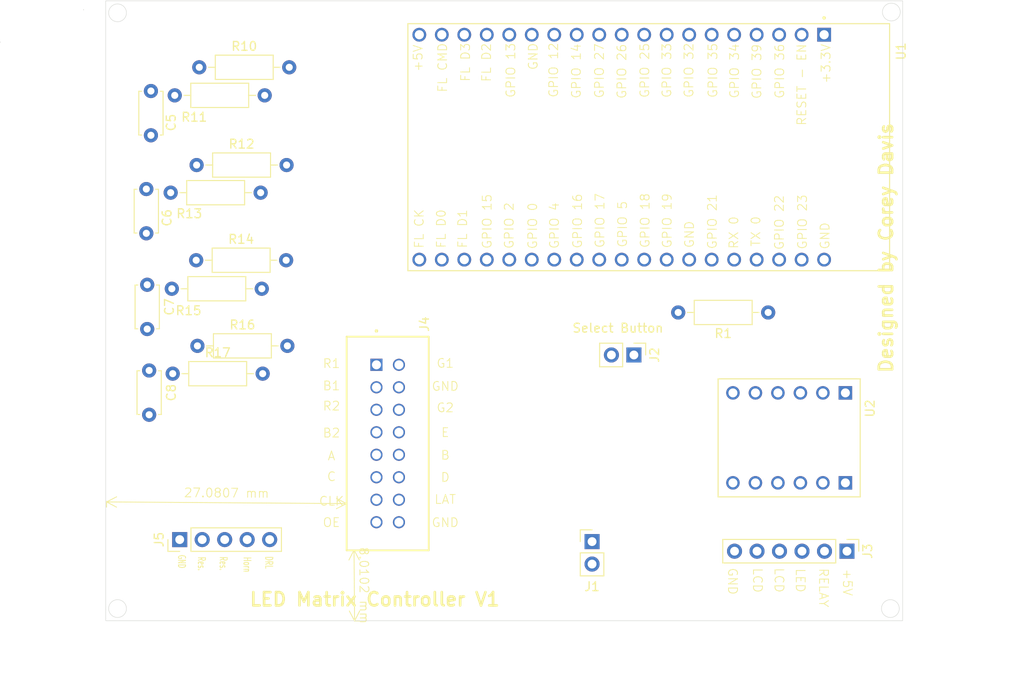
<source format=kicad_pcb>
(kicad_pcb (version 20221018) (generator pcbnew)
  (layers (0 "F.Cu" signal) (31 "B.Cu" signal) (34 "B.Paste" user) (35 "F.Paste" user) (36 "B.SilkS" user "B.Silkscreen") (37 "F.SilkS" user "F.Silkscreen") (38 "B.Mask" user) (39 "F.Mask" user) (44 "Edge.Cuts" user))
  (net 0 "")
  (net 1 "Net-(U1-SENSOR_VP)")
  (net 2 "GND")
  (net 3 "Net-(U1-SENSOR_VN)")
  (net 4 "Net-(U1-IO35)")
  (net 5 "Net-(U1-IO19)")
  (net 6 "+5V")
  (net 7 "Net-(J2-Pin_1)")
  (net 8 "Net-(J3-Pin_2)")
  (net 9 "Net-(J3-Pin_3)")
  (net 10 "Net-(J3-Pin_4)")
  (net 11 "Net-(J3-Pin_5)")
  (net 12 "Net-(J4-OE)")
  (net 13 "Net-(J4-G1)")
  (net 14 "Net-(J4-CLK)")
  (net 15 "Net-(J4-G2)")
  (net 16 "Net-(J4-E)")
  (net 17 "Net-(J4-A)")
  (net 18 "Net-(J4-B)")
  (net 19 "Net-(J4-C)")
  (net 20 "Net-(J4-D)")
  (net 21 "Net-(J4-LAT)")
  (net 22 "+3.3V")
  (net 23 "Net-(J5-Pin_2)")
  (net 24 "Net-(J5-Pin_3)")
  (net 29 "Net-(U1-IO23)")
  (net 30 "Net-(U1-IO22)")
  (net 33 "Net-(U1-IO21)")
  (net 34 "Net-(U1-IO18)")
  (net 39 "Net-(J4-R1)")
  (net 40 "Net-(J4-B1)")
  (net 41 "Net-(J4-R2)")
  (net 42 "Net-(J4-B2)")
  (net 43 "Net-(J5-Pin_4)")
  (net 44 "Net-(J5-Pin_5)")
  (footprint "Resistor_THT:R_Axial_DIN0207_L6.3mm_D2.5mm_P10.16mm_Horizontal" (layer "F.Cu") (at 52.85 62.96)
    (fp_text reference "R16" (at 5.08 -2.37) (layer "F.SilkS"))
    (fp_text value "47K")
    (fp_line (start 1.04 0) (end 1.81 0) (stroke (width 0.12)) (layer "F.SilkS"))
    (fp_line (start 1.81 -1.37) (end 1.81 1.37) (stroke (width 0.12)) (layer "F.SilkS"))
    (fp_line (start 1.81 1.37) (end 8.35 1.37) (stroke (width 0.12)) (layer "F.SilkS"))
    (fp_line (start 8.35 -1.37) (end 1.81 -1.37) (stroke (width 0.12)) (layer "F.SilkS"))
    (fp_line (start 8.35 1.37) (end 8.35 -1.37) (stroke (width 0.12)) (layer "F.SilkS"))
    (fp_line (start 9.12 0) (end 8.35 0) (stroke (width 0.12)) (layer "F.SilkS"))
    (pad "1" thru_hole circle (at 0 0) (size 1.6 1.6) (drill 0.8) (layers "*.Cu" "*.Mask") (net 5 "Net-(U1-IO19)"))
    (pad "2" thru_hole oval (at 10.16 0) (size 1.6 1.6) (drill 0.8) (layers "*.Cu" "*.Mask") (net 23 "Net-(J5-Pin_2)"))
  )
  (footprint "Library:SAMTEC_ZSS-108-01-F-D-506" (layer "F.Cu") (at 73.07 65.1 -90)
    (fp_text reference "J4" (at -4.6 -5.42 90) (layer "F.SilkS"))
    (fp_text value "ZSS-108-01-F-D-506")
    (fp_line (start -3.175 3.365) (end -3.175 -5.905) (stroke (width 0.2)) (layer "F.SilkS"))
    (fp_line (start 20.955 -5.905) (end -3.175 -5.905) (stroke (width 0.2)) (layer "F.SilkS"))
    (fp_line (start 20.955 -5.905) (end 20.955 3.365) (stroke (width 0.2)) (layer "F.SilkS"))
    (fp_line (start 20.955 3.365) (end -3.175 3.365) (stroke (width 0.2)) (layer "F.SilkS"))
    (fp_circle (center -3.825 0) (end -3.725 0) (stroke (width 0.2)) (fill none) (layer "F.SilkS"))
    (pad "01" thru_hole rect (at 0 0 270) (size 1.37 1.37) (drill 1.02) (layers "*.Cu" "*.Mask") (net 39 "Net-(J4-R1)"))
    (pad "02" thru_hole circle (at 0 -2.54 270) (size 1.37 1.37) (drill 1.02) (layers "*.Cu" "*.Mask") (net 13 "Net-(J4-G1)"))
    (pad "03" thru_hole circle (at 2.54 0 270) (size 1.37 1.37) (drill 1.02) (layers "*.Cu" "*.Mask") (net 40 "Net-(J4-B1)"))
    (pad "04" thru_hole circle (at 2.54 -2.54 270) (size 1.37 1.37) (drill 1.02) (layers "*.Cu" "*.Mask") (net 2 "GND"))
    (pad "05" thru_hole circle (at 5.08 0 270) (size 1.37 1.37) (drill 1.02) (layers "*.Cu" "*.Mask") (net 41 "Net-(J4-R2)"))
    (pad "06" thru_hole circle (at 5.08 -2.54 270) (size 1.37 1.37) (drill 1.02) (layers "*.Cu" "*.Mask") (net 15 "Net-(J4-G2)"))
    (pad "07" thru_hole circle (at 7.62 0 270) (size 1.37 1.37) (drill 1.02) (layers "*.Cu" "*.Mask") (net 42 "Net-(J4-B2)"))
    (pad "08" thru_hole circle (at 7.62 -2.54 270) (size 1.37 1.37) (drill 1.02) (layers "*.Cu" "*.Mask") (net 16 "Net-(J4-E)"))
    (pad "09" thru_hole circle (at 10.16 0 270) (size 1.37 1.37) (drill 1.02) (layers "*.Cu" "*.Mask") (net 17 "Net-(J4-A)"))
    (pad "10" thru_hole circle (at 10.16 -2.54 270) (size 1.37 1.37) (drill 1.02) (layers "*.Cu" "*.Mask") (net 18 "Net-(J4-B)"))
    (pad "11" thru_hole circle (at 12.7 0 270) (size 1.37 1.37) (drill 1.02) (layers "*.Cu" "*.Mask") (net 19 "Net-(J4-C)"))
    (pad "12" thru_hole circle (at 12.7 -2.54 270) (size 1.37 1.37) (drill 1.02) (layers "*.Cu" "*.Mask") (net 20 "Net-(J4-D)"))
    (pad "13" thru_hole circle (at 15.24 0 270) (size 1.37 1.37) (drill 1.02) (layers "*.Cu" "*.Mask") (net 14 "Net-(J4-CLK)"))
    (pad "14" thru_hole circle (at 15.24 -2.54 270) (size 1.37 1.37) (drill 1.02) (layers "*.Cu" "*.Mask") (net 21 "Net-(J4-LAT)"))
    (pad "15" thru_hole circle (at 17.78 0 270) (size 1.37 1.37) (drill 1.02) (layers "*.Cu" "*.Mask") (net 12 "Net-(J4-OE)"))
    (pad "16" thru_hole circle (at 17.78 -2.54 270) (size 1.37 1.37) (drill 1.02) (layers "*.Cu" "*.Mask") (net 2 "GND"))
  )
  (footprint "Connector_PinHeader_2.54mm:PinHeader_1x02_P2.54mm_Vertical" (layer "F.Cu") (at 102.145 63.99 -90)
    (fp_text reference "J2" (at 0 -2.33 90) (layer "F.SilkS"))
    (fp_text value "Select Button" (at -3.04 1.805) (layer "F.SilkS"))
    (fp_line (start -1.33 -1.33) (end 0 -1.33) (stroke (width 0.12)) (layer "F.SilkS"))
    (fp_line (start -1.33 0) (end -1.33 -1.33) (stroke (width 0.12)) (layer "F.SilkS"))
    (fp_line (start -1.33 1.27) (end -1.33 3.87) (stroke (width 0.12)) (layer "F.SilkS"))
    (fp_line (start -1.33 1.27) (end 1.33 1.27) (stroke (width 0.12)) (layer "F.SilkS"))
    (fp_line (start -1.33 3.87) (end 1.33 3.87) (stroke (width 0.12)) (layer "F.SilkS"))
    (fp_line (start 1.33 1.27) (end 1.33 3.87) (stroke (width 0.12)) (layer "F.SilkS"))
    (pad "1" thru_hole rect (at 0 0 270) (size 1.7 1.7) (drill 1) (layers "*.Cu" "*.Mask") (net 7 "Net-(J2-Pin_1)"))
    (pad "2" thru_hole oval (at 0 2.54 270) (size 1.7 1.7) (drill 1) (layers "*.Cu" "*.Mask") (net 2 "GND"))
  )
  (footprint "Connector_PinHeader_2.54mm:PinHeader_1x02_P2.54mm_Vertical" (layer "F.Cu") (at 97.42 85.065)
    (fp_text reference "J1" (at 0 5.08) (layer "F.SilkS"))
    (fp_text value "5V Power In")
    (fp_line (start -1.33 -1.33) (end 0 -1.33) (stroke (width 0.12)) (layer "F.SilkS"))
    (fp_line (start -1.33 0) (end -1.33 -1.33) (stroke (width 0.12)) (layer "F.SilkS"))
    (fp_line (start -1.33 1.27) (end -1.33 3.87) (stroke (width 0.12)) (layer "F.SilkS"))
    (fp_line (start -1.33 1.27) (end 1.33 1.27) (stroke (width 0.12)) (layer "F.SilkS"))
    (fp_line (start -1.33 3.87) (end 1.33 3.87) (stroke (width 0.12)) (layer "F.SilkS"))
    (fp_line (start 1.33 1.27) (end 1.33 3.87) (stroke (width 0.12)) (layer "F.SilkS"))
    (pad "1" thru_hole rect (at 0 0) (size 1.7 1.7) (drill 1) (layers "*.Cu" "*.Mask") (net 2 "GND"))
    (pad "2" thru_hole oval (at 0 2.54) (size 1.7 1.7) (drill 1) (layers "*.Cu" "*.Mask") (net 6 "+5V"))
  )
  (footprint "Connector_PinHeader_2.54mm:PinHeader_1x06_P2.54mm_Vertical" (layer "F.Cu") (at 126.21 86.15 -90)
    (fp_text reference "J3" (at 0 -2.33 90) (layer "F.SilkS"))
    (fp_text value "LCD, Relay, LED Signal" hide)
    (fp_line (start -1.33 -1.33) (end 0 -1.33) (stroke (width 0.12)) (layer "F.SilkS"))
    (fp_line (start -1.33 0) (end -1.33 -1.33) (stroke (width 0.12)) (layer "F.SilkS"))
    (fp_line (start -1.33 1.27) (end -1.33 14.03) (stroke (width 0.12)) (layer "F.SilkS"))
    (fp_line (start -1.33 1.27) (end 1.33 1.27) (stroke (width 0.12)) (layer "F.SilkS"))
    (fp_line (start -1.33 14.03) (end 1.33 14.03) (stroke (width 0.12)) (layer "F.SilkS"))
    (fp_line (start 1.33 1.27) (end 1.33 14.03) (stroke (width 0.12)) (layer "F.SilkS"))
    (pad "1" thru_hole rect (at 0 0 270) (size 1.7 1.7) (drill 1) (layers "*.Cu" "*.Mask") (net 6 "+5V"))
    (pad "2" thru_hole oval (at 0 2.54 270) (size 1.7 1.7) (drill 1) (layers "*.Cu" "*.Mask") (net 8 "Net-(J3-Pin_2)"))
    (pad "3" thru_hole oval (at 0 5.08 270) (size 1.7 1.7) (drill 1) (layers "*.Cu" "*.Mask") (net 9 "Net-(J3-Pin_3)"))
    (pad "4" thru_hole oval (at 0 7.62 270) (size 1.7 1.7) (drill 1) (layers "*.Cu" "*.Mask") (net 10 "Net-(J3-Pin_4)"))
    (pad "5" thru_hole oval (at 0 10.16 270) (size 1.7 1.7) (drill 1) (layers "*.Cu" "*.Mask") (net 11 "Net-(J3-Pin_5)"))
    (pad "6" thru_hole oval (at 0 12.7 270) (size 1.7 1.7) (drill 1) (layers "*.Cu" "*.Mask") (net 2 "GND"))
  )
  (footprint "Resistor_THT:R_Axial_DIN0207_L6.3mm_D2.5mm_P10.16mm_Horizontal" (layer "F.Cu") (at 50.29 34.67)
    (fp_text reference "R11" (at 2.2 2.46) (layer "F.SilkS"))
    (fp_text value "10K")
    (fp_line (start 1.04 0) (end 1.81 0) (stroke (width 0.12)) (layer "F.SilkS"))
    (fp_line (start 1.81 -1.37) (end 1.81 1.37) (stroke (width 0.12)) (layer "F.SilkS"))
    (fp_line (start 1.81 1.37) (end 8.35 1.37) (stroke (width 0.12)) (layer "F.SilkS"))
    (fp_line (start 8.35 -1.37) (end 1.81 -1.37) (stroke (width 0.12)) (layer "F.SilkS"))
    (fp_line (start 8.35 1.37) (end 8.35 -1.37) (stroke (width 0.12)) (layer "F.SilkS"))
    (fp_line (start 9.12 0) (end 8.35 0) (stroke (width 0.12)) (layer "F.SilkS"))
    (pad "1" thru_hole circle (at 0 0) (size 1.6 1.6) (drill 0.8) (layers "*.Cu" "*.Mask") (net 1 "Net-(U1-SENSOR_VP)"))
    (pad "2" thru_hole oval (at 10.16 0) (size 1.6 1.6) (drill 0.8) (layers "*.Cu" "*.Mask") (net 2 "GND"))
  )
  (footprint "Connector_PinHeader_2.54mm:PinHeader_1x05_P2.54mm_Vertical" (layer "F.Cu") (at 50.85 84.84 90)
    (fp_text reference "J5" (at 0 -2.33 90) (layer "F.SilkS"))
    (fp_text value "Conn_01x05_Pin" hide)
    (fp_line (start -1.33 -1.33) (end 0 -1.33) (stroke (width 0.12)) (layer "F.SilkS"))
    (fp_line (start -1.33 0) (end -1.33 -1.33) (stroke (width 0.12)) (layer "F.SilkS"))
    (fp_line (start -1.33 1.27) (end -1.33 11.49) (stroke (width 0.12)) (layer "F.SilkS"))
    (fp_line (start -1.33 1.27) (end 1.33 1.27) (stroke (width 0.12)) (layer "F.SilkS"))
    (fp_line (start -1.33 11.49) (end 1.33 11.49) (stroke (width 0.12)) (layer "F.SilkS"))
    (fp_line (start 1.33 1.27) (end 1.33 11.49) (stroke (width 0.12)) (layer "F.SilkS"))
    (pad "1" thru_hole rect (at 0 0 90) (size 1.7 1.7) (drill 1) (layers "*.Cu" "*.Mask") (net 2 "GND"))
    (pad "2" thru_hole oval (at 0 2.54 90) (size 1.7 1.7) (drill 1) (layers "*.Cu" "*.Mask") (net 23 "Net-(J5-Pin_2)"))
    (pad "3" thru_hole oval (at 0 5.08 90) (size 1.7 1.7) (drill 1) (layers "*.Cu" "*.Mask") (net 24 "Net-(J5-Pin_3)"))
    (pad "4" thru_hole oval (at 0 7.62 90) (size 1.7 1.7) (drill 1) (layers "*.Cu" "*.Mask") (net 43 "Net-(J5-Pin_4)"))
    (pad "5" thru_hole oval (at 0 10.16 90) (size 1.7 1.7) (drill 1) (layers "*.Cu" "*.Mask") (net 44 "Net-(J5-Pin_5)"))
  )
  (footprint "ESP32-DEVKITC-32D:MODULE_ESP32-DEVKITC-32D" (layer "F.Cu") (at 103.87 40.5225 -90)
    (fp_text reference "U1" (at -10.829175 -28.446045 90) (layer "F.SilkS") (effects (font (size 1.000386 1.000386))))
    (fp_text value "ESP32-DEVKITC-32D")
    (fp_line (start -13.95 -27.15) (end 13.95 -27.15) (stroke (width 0.127)) (layer "F.SilkS"))
    (fp_line (start -13.95 27.25) (end -13.95 -27.15) (stroke (width 0.127)) (layer "F.SilkS"))
    (fp_line (start 13.95 -27.15) (end 13.95 27.25) (stroke (width 0.127)) (layer "F.SilkS"))
    (fp_line (start 13.95 27.25) (end -13.95 27.25) (stroke (width 0.127)) (layer "F.SilkS"))
    (fp_circle (center -14.6 -19.76) (end -14.5 -19.76) (stroke (width 0.2)) (fill none) (layer "F.SilkS"))
    (pad "J2-1" thru_hole rect (at -12.7 -19.76 270) (size 1.56 1.56) (drill 1.04) (layers "*.Cu" "*.Mask") (net 22 "+3.3V"))
    (pad "J2-2" thru_hole circle (at -12.7 -17.22 270) (size 1.56 1.56) (drill 1.04) (layers "*.Cu" "*.Mask"))
    (pad "J2-3" thru_hole circle (at -12.7 -14.68 270) (size 1.56 1.56) (drill 1.04) (layers "*.Cu" "*.Mask") (net 1 "Net-(U1-SENSOR_VP)"))
    (pad "J2-4" thru_hole circle (at -12.7 -12.14 270) (size 1.56 1.56) (drill 1.04) (layers "*.Cu" "*.Mask") (net 3 "Net-(U1-SENSOR_VN)"))
    (pad "J2-5" thru_hole circle (at -12.7 -9.6 270) (size 1.56 1.56) (drill 1.04) (layers "*.Cu" "*.Mask") (net 7 "Net-(J2-Pin_1)"))
    (pad "J2-6" thru_hole circle (at -12.7 -7.06 270) (size 1.56 1.56) (drill 1.04) (layers "*.Cu" "*.Mask") (net 4 "Net-(U1-IO35)"))
    (pad "J2-7" thru_hole circle (at -12.7 -4.52 270) (size 1.56 1.56) (drill 1.04) (layers "*.Cu" "*.Mask") (net 12 "Net-(J4-OE)"))
    (pad "J2-8" thru_hole circle (at -12.7 -1.98 270) (size 1.56 1.56) (drill 1.04) (layers "*.Cu" "*.Mask") (net 14 "Net-(J4-CLK)"))
    (pad "J2-9" thru_hole circle (at -12.7 0.56 270) (size 1.56 1.56) (drill 1.04) (layers "*.Cu" "*.Mask") (net 19 "Net-(J4-C)"))
    (pad "J2-10" thru_hole circle (at -12.7 3.1 270) (size 1.56 1.56) (drill 1.04) (layers "*.Cu" "*.Mask") (net 17 "Net-(J4-A)"))
    (pad "J2-11" thru_hole circle (at -12.7 5.64 270) (size 1.56 1.56) (drill 1.04) (layers "*.Cu" "*.Mask") (net 42 "Net-(J4-B2)"))
    (pad "J2-12" thru_hole circle (at -12.7 8.18 270) (size 1.56 1.56) (drill 1.04) (layers "*.Cu" "*.Mask") (net 41 "Net-(J4-R2)"))
    (pad "J2-13" thru_hole circle (at -12.7 10.72 270) (size 1.56 1.56) (drill 1.04) (layers "*.Cu" "*.Mask") (net 40 "Net-(J4-B1)"))
    (pad "J2-14" thru_hole circle (at -12.7 13.26 270) (size 1.56 1.56) (drill 1.04) (layers "*.Cu" "*.Mask") (net 2 "GND"))
    (pad "J2-15" thru_hole circle (at -12.7 15.8 270) (size 1.56 1.56) (drill 1.04) (layers "*.Cu" "*.Mask") (net 39 "Net-(J4-R1)"))
    (pad "J2-16" thru_hole circle (at -12.7 18.34 270) (size 1.56 1.56) (drill 1.04) (layers "*.Cu" "*.Mask"))
    (pad "J2-17" thru_hole circle (at -12.7 20.88 270) (size 1.56 1.56) (drill 1.04) (layers "*.Cu" "*.Mask"))
    (pad "J2-18" thru_hole circle (at -12.7 23.42 270) (size 1.56 1.56) (drill 1.04) (layers "*.Cu" "*.Mask"))
    (pad "J2-19" thru_hole circle (at -12.7 25.96 270) (size 1.56 1.56) (drill 1.04) (layers "*.Cu" "*.Mask") (net 6 "+5V"))
    (pad "J3-1" thru_hole circle (at 12.7 -19.76 270) (size 1.56 1.56) (drill 1.04) (layers "*.Cu" "*.Mask") (net 2 "GND"))
    (pad "J3-2" thru_hole circle (at 12.7 -17.22 270) (size 1.56 1.56) (drill 1.04) (layers "*.Cu" "*.Mask") (net 29 "Net-(U1-IO23)"))
    (pad "J3-3" thru_hole circle (at 12.7 -14.68 270) (size 1.56 1.56) (drill 1.04) (layers "*.Cu" "*.Mask") (net 30 "Net-(U1-IO22)"))
    (pad "J3-4" thru_hole circle (at 12.7 -12.14 270) (size 1.56 1.56) (drill 1.04) (layers "*.Cu" "*.Mask"))
    (pad "J3-5" thru_hole circle (at 12.7 -9.6 270) (size 1.56 1.56) (drill 1.04) (layers "*.Cu" "*.Mask"))
    (pad "J3-6" thru_hole circle (at 12.7 -7.06 270) (size 1.56 1.56) (drill 1.04) (layers "*.Cu" "*.Mask") (net 33 "Net-(U1-IO21)"))
    (pad "J3-7" thru_hole circle (at 12.7 -4.52 270) (size 1.56 1.56) (drill 1.04) (layers "*.Cu" "*.Mask") (net 2 "GND"))
    (pad "J3-8" thru_hole circle (at 12.7 -1.98 270) (size 1.56 1.56) (drill 1.04) (layers "*.Cu" "*.Mask") (net 5 "Net-(U1-IO19)"))
    (pad "J3-9" thru_hole circle (at 12.7 0.56 270) (size 1.56 1.56) (drill 1.04) (layers "*.Cu" "*.Mask") (net 34 "Net-(U1-IO18)"))
    (pad "J3-10" thru_hole circle (at 12.7 3.1 270) (size 1.56 1.56) (drill 1.04) (layers "*.Cu" "*.Mask") (net 21 "Net-(J4-LAT)"))
    (pad "J3-11" thru_hole circle (at 12.7 5.64 270) (size 1.56 1.56) (drill 1.04) (layers "*.Cu" "*.Mask") (net 20 "Net-(J4-D)"))
    (pad "J3-12" thru_hole circle (at 12.7 8.18 270) (size 1.56 1.56) (drill 1.04) (layers "*.Cu" "*.Mask") (net 18 "Net-(J4-B)"))
    (pad "J3-13" thru_hole circle (at 12.7 10.72 270) (size 1.56 1.56) (drill 1.04) (layers "*.Cu" "*.Mask") (net 16 "Net-(J4-E)"))
    (pad "J3-14" thru_hole circle (at 12.7 13.26 270) (size 1.56 1.56) (drill 1.04) (layers "*.Cu" "*.Mask"))
    (pad "J3-15" thru_hole circle (at 12.7 15.8 270) (size 1.56 1.56) (drill 1.04) (layers "*.Cu" "*.Mask") (net 15 "Net-(J4-G2)"))
    (pad "J3-16" thru_hole circle (at 12.7 18.34 270) (size 1.56 1.56) (drill 1.04) (layers "*.Cu" "*.Mask") (net 13 "Net-(J4-G1)"))
    (pad "J3-17" thru_hole circle (at 12.7 20.88 270) (size 1.56 1.56) (drill 1.04) (layers "*.Cu" "*.Mask"))
    (pad "J3-18" thru_hole circle (at 12.7 23.42 270) (size 1.56 1.56) (drill 1.04) (layers "*.Cu" "*.Mask"))
    (pad "J3-19" thru_hole circle (at 12.7 25.96 270) (size 1.56 1.56) (drill 1.04) (layers "*.Cu" "*.Mask"))
  )
  (footprint "Capacitor_THT:C_Disc_D4.7mm_W2.5mm_P5.00mm" (layer "F.Cu") (at 47.18 56.06 -90)
    (fp_text reference "C7" (at 2.5 -2.5 90) (layer "F.SilkS"))
    (fp_text value "22pF")
    (fp_line (start 0.03 -1.37) (end 0.03 -1.055) (stroke (width 0.12)) (layer "F.SilkS"))
    (fp_line (start 0.03 -1.37) (end 4.97 -1.37) (stroke (width 0.12)) (layer "F.SilkS"))
    (fp_line (start 0.03 1.055) (end 0.03 1.37) (stroke (width 0.12)) (layer "F.SilkS"))
    (fp_line (start 0.03 1.37) (end 4.97 1.37) (stroke (width 0.12)) (layer "F.SilkS"))
    (fp_line (start 4.97 -1.37) (end 4.97 -1.055) (stroke (width 0.12)) (layer "F.SilkS"))
    (fp_line (start 4.97 1.055) (end 4.97 1.37) (stroke (width 0.12)) (layer "F.SilkS"))
    (pad "1" thru_hole circle (at 0 0 270) (size 1.6 1.6) (drill 0.8) (layers "*.Cu" "*.Mask") (net 4 "Net-(U1-IO35)"))
    (pad "2" thru_hole circle (at 5 0 270) (size 1.6 1.6) (drill 0.8) (layers "*.Cu" "*.Mask") (net 2 "GND"))
  )
  (footprint "BOB-12009:CONV_BOB-12009" (layer "F.Cu") (at 119.68 73.35 -90)
    (fp_text reference "U2" (at -3.325 -9.135 90) (layer "F.SilkS"))
    (fp_text value "BOB-12009")
    (fp_line (start -6.665 -8.025) (end 6.665 -8.025) (stroke (width 0.127)) (layer "F.SilkS"))
    (fp_line (start -6.665 8.025) (end -6.665 -8.025) (stroke (width 0.127)) (layer "F.SilkS"))
    (fp_line (start 6.665 -8.025) (end 6.665 8.025) (stroke (width 0.127)) (layer "F.SilkS"))
    (fp_line (start 6.665 8.025) (end -6.665 8.025) (stroke (width 0.127)) (layer "F.SilkS"))
    (pad "GND_1" thru_hole circle (at 5.08 1.27 270) (size 1.524 1.524) (drill 1.016) (layers "*.Cu" "*.Mask") (net 2 "GND"))
    (pad "GND_2" thru_hole circle (at -5.08 1.27 270) (size 1.524 1.524) (drill 1.016) (layers "*.Cu" "*.Mask") (net 2 "GND"))
    (pad "HV" thru_hole circle (at 5.08 -1.27 270) (size 1.524 1.524) (drill 1.016) (layers "*.Cu" "*.Mask") (net 6 "+5V"))
    (pad "HV1" thru_hole rect (at 5.08 -6.35 270) (size 1.524 1.524) (drill 1.016) (layers "*.Cu" "*.Mask") (net 8 "Net-(J3-Pin_2)"))
    (pad "HV2" thru_hole circle (at 5.08 -3.81 270) (size 1.524 1.524) (drill 1.016) (layers "*.Cu" "*.Mask") (net 9 "Net-(J3-Pin_3)"))
    (pad "HV3" thru_hole circle (at 5.08 3.81 270) (size 1.524 1.524) (drill 1.016) (layers "*.Cu" "*.Mask") (net 10 "Net-(J3-Pin_4)"))
    (pad "HV4" thru_hole circle (at 5.08 6.35 270) (size 1.524 1.524) (drill 1.016) (layers "*.Cu" "*.Mask") (net 11 "Net-(J3-Pin_5)"))
    (pad "LV" thru_hole circle (at -5.08 -1.27 270) (size 1.524 1.524) (drill 1.016) (layers "*.Cu" "*.Mask") (net 22 "+3.3V"))
    (pad "LV1" thru_hole rect (at -5.08 -6.35 270) (size 1.524 1.524) (drill 1.016) (layers "*.Cu" "*.Mask") (net 34 "Net-(U1-IO18)"))
    (pad "LV2" thru_hole circle (at -5.08 -3.81 270) (size 1.524 1.524) (drill 1.016) (layers "*.Cu" "*.Mask") (net 29 "Net-(U1-IO23)"))
    (pad "LV3" thru_hole circle (at -5.08 3.81 270) (size 1.524 1.524) (drill 1.016) (layers "*.Cu" "*.Mask") (net 30 "Net-(U1-IO22)"))
    (pad "LV4" thru_hole circle (at -5.08 6.35 270) (size 1.524 1.524) (drill 1.016) (layers "*.Cu" "*.Mask") (net 33 "Net-(U1-IO21)"))
  )
  (footprint "Resistor_THT:R_Axial_DIN0207_L6.3mm_D2.5mm_P10.16mm_Horizontal" (layer "F.Cu") (at 49.83 45.66)
    (fp_text reference "R13" (at 2.1 2.37) (layer "F.SilkS"))
    (fp_text value "10K")
    (fp_line (start 1.04 0) (end 1.81 0) (stroke (width 0.12)) (layer "F.SilkS"))
    (fp_line (start 1.81 -1.37) (end 1.81 1.37) (stroke (width 0.12)) (layer "F.SilkS"))
    (fp_line (start 1.81 1.37) (end 8.35 1.37) (stroke (width 0.12)) (layer "F.SilkS"))
    (fp_line (start 8.35 -1.37) (end 1.81 -1.37) (stroke (width 0.12)) (layer "F.SilkS"))
    (fp_line (start 8.35 1.37) (end 8.35 -1.37) (stroke (width 0.12)) (layer "F.SilkS"))
    (fp_line (start 9.12 0) (end 8.35 0) (stroke (width 0.12)) (layer "F.SilkS"))
    (pad "1" thru_hole circle (at 0 0) (size 1.6 1.6) (drill 0.8) (layers "*.Cu" "*.Mask") (net 3 "Net-(U1-SENSOR_VN)"))
    (pad "2" thru_hole oval (at 10.16 0) (size 1.6 1.6) (drill 0.8) (layers "*.Cu" "*.Mask") (net 2 "GND"))
  )
  (footprint "Capacitor_THT:C_Disc_D4.7mm_W2.5mm_P5.00mm" (layer "F.Cu") (at 47.4 65.74 -90)
    (fp_text reference "C8" (at 2.5 -2.5 90) (layer "F.SilkS"))
    (fp_text value "22pF")
    (fp_line (start 0.03 -1.37) (end 0.03 -1.055) (stroke (width 0.12)) (layer "F.SilkS"))
    (fp_line (start 0.03 -1.37) (end 4.97 -1.37) (stroke (width 0.12)) (layer "F.SilkS"))
    (fp_line (start 0.03 1.055) (end 0.03 1.37) (stroke (width 0.12)) (layer "F.SilkS"))
    (fp_line (start 0.03 1.37) (end 4.97 1.37) (stroke (width 0.12)) (layer "F.SilkS"))
    (fp_line (start 4.97 -1.37) (end 4.97 -1.055) (stroke (width 0.12)) (layer "F.SilkS"))
    (fp_line (start 4.97 1.055) (end 4.97 1.37) (stroke (width 0.12)) (layer "F.SilkS"))
    (pad "1" thru_hole circle (at 0 0 270) (size 1.6 1.6) (drill 0.8) (layers "*.Cu" "*.Mask") (net 5 "Net-(U1-IO19)"))
    (pad "2" thru_hole circle (at 5 0 270) (size 1.6 1.6) (drill 0.8) (layers "*.Cu" "*.Mask") (net 2 "GND"))
  )
  (footprint "Capacitor_THT:C_Disc_D4.7mm_W2.5mm_P5.00mm" (layer "F.Cu") (at 47.6 34.18 -90)
    (fp_text reference "C5" (at 3.56 -2.28 90) (layer "F.SilkS"))
    (fp_text value "22pF")
    (fp_line (start 0.03 -1.37) (end 0.03 -1.055) (stroke (width 0.12)) (layer "F.SilkS"))
    (fp_line (start 0.03 -1.37) (end 4.97 -1.37) (stroke (width 0.12)) (layer "F.SilkS"))
    (fp_line (start 0.03 1.055) (end 0.03 1.37) (stroke (width 0.12)) (layer "F.SilkS"))
    (fp_line (start 0.03 1.37) (end 4.97 1.37) (stroke (width 0.12)) (layer "F.SilkS"))
    (fp_line (start 4.97 -1.37) (end 4.97 -1.055) (stroke (width 0.12)) (layer "F.SilkS"))
    (fp_line (start 4.97 1.055) (end 4.97 1.37) (stroke (width 0.12)) (layer "F.SilkS"))
    (pad "1" thru_hole circle (at 0 0 270) (size 1.6 1.6) (drill 0.8) (layers "*.Cu" "*.Mask") (net 1 "Net-(U1-SENSOR_VP)"))
    (pad "2" thru_hole circle (at 5 0 270) (size 1.6 1.6) (drill 0.8) (layers "*.Cu" "*.Mask") (net 2 "GND"))
  )
  (footprint "Resistor_THT:R_Axial_DIN0207_L6.3mm_D2.5mm_P10.16mm_Horizontal" (layer "F.Cu") (at 50.06 66.1)
    (fp_text reference "R17" (at 5.08 -2.37) (layer "F.SilkS"))
    (fp_text value "10K")
    (fp_line (start 1.04 0) (end 1.81 0) (stroke (width 0.12)) (layer "F.SilkS"))
    (fp_line (start 1.81 -1.37) (end 1.81 1.37) (stroke (width 0.12)) (layer "F.SilkS"))
    (fp_line (start 1.81 1.37) (end 8.35 1.37) (stroke (width 0.12)) (layer "F.SilkS"))
    (fp_line (start 8.35 -1.37) (end 1.81 -1.37) (stroke (width 0.12)) (layer "F.SilkS"))
    (fp_line (start 8.35 1.37) (end 8.35 -1.37) (stroke (width 0.12)) (layer "F.SilkS"))
    (fp_line (start 9.12 0) (end 8.35 0) (stroke (width 0.12)) (layer "F.SilkS"))
    (pad "1" thru_hole circle (at 0 0) (size 1.6 1.6) (drill 0.8) (layers "*.Cu" "*.Mask") (net 5 "Net-(U1-IO19)"))
    (pad "2" thru_hole oval (at 10.16 0) (size 1.6 1.6) (drill 0.8) (layers "*.Cu" "*.Mask") (net 2 "GND"))
  )
  (footprint "Resistor_THT:R_Axial_DIN0207_L6.3mm_D2.5mm_P10.16mm_Horizontal" (layer "F.Cu") (at 49.96 56.51)
    (fp_text reference "R15" (at 1.89 2.47) (layer "F.SilkS"))
    (fp_text value "10K")
    (fp_line (start 1.04 0) (end 1.81 0) (stroke (width 0.12)) (layer "F.SilkS"))
    (fp_line (start 1.81 -1.37) (end 1.81 1.37) (stroke (width 0.12)) (layer "F.SilkS"))
    (fp_line (start 1.81 1.37) (end 8.35 1.37) (stroke (width 0.12)) (layer "F.SilkS"))
    (fp_line (start 8.35 -1.37) (end 1.81 -1.37) (stroke (width 0.12)) (layer "F.SilkS"))
    (fp_line (start 8.35 1.37) (end 8.35 -1.37) (stroke (width 0.12)) (layer "F.SilkS"))
    (fp_line (start 9.12 0) (end 8.35 0) (stroke (width 0.12)) (layer "F.SilkS"))
    (pad "1" thru_hole circle (at 0 0) (size 1.6 1.6) (drill 0.8) (layers "*.Cu" "*.Mask") (net 4 "Net-(U1-IO35)"))
    (pad "2" thru_hole oval (at 10.16 0) (size 1.6 1.6) (drill 0.8) (layers "*.Cu" "*.Mask") (net 2 "GND"))
  )
  (footprint "Capacitor_THT:C_Disc_D4.7mm_W2.5mm_P5.00mm" (layer "F.Cu") (at 47.08 45.25 -90)
    (fp_text reference "C6" (at 3.25 -2.33 90) (layer "F.SilkS"))
    (fp_text value "22pF")
    (fp_line (start 0.03 -1.37) (end 0.03 -1.055) (stroke (width 0.12)) (layer "F.SilkS"))
    (fp_line (start 0.03 -1.37) (end 4.97 -1.37) (stroke (width 0.12)) (layer "F.SilkS"))
    (fp_line (start 0.03 1.055) (end 0.03 1.37) (stroke (width 0.12)) (layer "F.SilkS"))
    (fp_line (start 0.03 1.37) (end 4.97 1.37) (stroke (width 0.12)) (layer "F.SilkS"))
    (fp_line (start 4.97 -1.37) (end 4.97 -1.055) (stroke (width 0.12)) (layer "F.SilkS"))
    (fp_line (start 4.97 1.055) (end 4.97 1.37) (stroke (width 0.12)) (layer "F.SilkS"))
    (pad "1" thru_hole circle (at 0 0 270) (size 1.6 1.6) (drill 0.8) (layers "*.Cu" "*.Mask") (net 3 "Net-(U1-SENSOR_VN)"))
    (pad "2" thru_hole circle (at 5 0 270) (size 1.6 1.6) (drill 0.8) (layers "*.Cu" "*.Mask") (net 2 "GND"))
  )
  (footprint "Resistor_THT:R_Axial_DIN0207_L6.3mm_D2.5mm_P10.16mm_Horizontal" (layer "F.Cu") (at 117.31 59.19 180)
    (fp_text reference "R1" (at 5.08 -2.37) (layer "F.SilkS"))
    (fp_text value "1M")
    (fp_line (start 1.04 0) (end 1.81 0) (stroke (width 0.12)) (layer "F.SilkS"))
    (fp_line (start 1.81 -1.37) (end 1.81 1.37) (stroke (width 0.12)) (layer "F.SilkS"))
    (fp_line (start 1.81 1.37) (end 8.35 1.37) (stroke (width 0.12)) (layer "F.SilkS"))
    (fp_line (start 8.35 -1.37) (end 1.81 -1.37) (stroke (width 0.12)) (layer "F.SilkS"))
    (fp_line (start 8.35 1.37) (end 8.35 -1.37) (stroke (width 0.12)) (layer "F.SilkS"))
    (fp_line (start 9.12 0) (end 8.35 0) (stroke (width 0.12)) (layer "F.SilkS"))
    (pad "1" thru_hole circle (at 0 0 180) (size 1.6 1.6) (drill 0.8) (layers "*.Cu" "*.Mask") (net 22 "+3.3V"))
    (pad "2" thru_hole oval (at 10.16 0 180) (size 1.6 1.6) (drill 0.8) (layers "*.Cu" "*.Mask") (net 7 "Net-(J2-Pin_1)"))
  )
  (footprint "Resistor_THT:R_Axial_DIN0207_L6.3mm_D2.5mm_P10.16mm_Horizontal" (layer "F.Cu") (at 52.71 53.29)
    (fp_text reference "R14" (at 5.08 -2.37) (layer "F.SilkS"))
    (fp_text value "47K")
    (fp_line (start 1.04 0) (end 1.81 0) (stroke (width 0.12)) (layer "F.SilkS"))
    (fp_line (start 1.81 -1.37) (end 1.81 1.37) (stroke (width 0.12)) (layer "F.SilkS"))
    (fp_line (start 1.81 1.37) (end 8.35 1.37) (stroke (width 0.12)) (layer "F.SilkS"))
    (fp_line (start 8.35 -1.37) (end 1.81 -1.37) (stroke (width 0.12)) (layer "F.SilkS"))
    (fp_line (start 8.35 1.37) (end 8.35 -1.37) (stroke (width 0.12)) (layer "F.SilkS"))
    (fp_line (start 9.12 0) (end 8.35 0) (stroke (width 0.12)) (layer "F.SilkS"))
    (pad "1" thru_hole circle (at 0 0) (size 1.6 1.6) (drill 0.8) (layers "*.Cu" "*.Mask") (net 4 "Net-(U1-IO35)"))
    (pad "2" thru_hole oval (at 10.16 0) (size 1.6 1.6) (drill 0.8) (layers "*.Cu" "*.Mask") (net 24 "Net-(J5-Pin_3)"))
  )
  (footprint "Resistor_THT:R_Axial_DIN0207_L6.3mm_D2.5mm_P10.16mm_Horizontal" (layer "F.Cu") (at 52.76 42.54)
    (fp_text reference "R12" (at 5.08 -2.37) (layer "F.SilkS"))
    (fp_text value "47K")
    (fp_line (start 1.04 0) (end 1.81 0) (stroke (width 0.12)) (layer "F.SilkS"))
    (fp_line (start 1.81 -1.37) (end 1.81 1.37) (stroke (width 0.12)) (layer "F.SilkS"))
    (fp_line (start 1.81 1.37) (end 8.35 1.37) (stroke (width 0.12)) (layer "F.SilkS"))
    (fp_line (start 8.35 -1.37) (end 1.81 -1.37) (stroke (width 0.12)) (layer "F.SilkS"))
    (fp_line (start 8.35 1.37) (end 8.35 -1.37) (stroke (width 0.12)) (layer "F.SilkS"))
    (fp_line (start 9.12 0) (end 8.35 0) (stroke (width 0.12)) (layer "F.SilkS"))
    (pad "1" thru_hole circle (at 0 0) (size 1.6 1.6) (drill 0.8) (layers "*.Cu" "*.Mask") (net 3 "Net-(U1-SENSOR_VN)"))
    (pad "2" thru_hole oval (at 10.16 0) (size 1.6 1.6) (drill 0.8) (layers "*.Cu" "*.Mask") (net 43 "Net-(J5-Pin_4)"))
  )
  (footprint "Resistor_THT:R_Axial_DIN0207_L6.3mm_D2.5mm_P10.16mm_Horizontal" (layer "F.Cu") (at 53.06 31.5)
    (fp_text reference "R10" (at 5.08 -2.37) (layer "F.SilkS"))
    (fp_text value "47K")
    (fp_line (start 1.04 0) (end 1.81 0) (stroke (width 0.12)) (layer "F.SilkS"))
    (fp_line (start 1.81 -1.37) (end 1.81 1.37) (stroke (width 0.12)) (layer "F.SilkS"))
    (fp_line (start 1.81 1.37) (end 8.35 1.37) (stroke (width 0.12)) (layer "F.SilkS"))
    (fp_line (start 8.35 -1.37) (end 1.81 -1.37) (stroke (width 0.12)) (layer "F.SilkS"))
    (fp_line (start 8.35 1.37) (end 8.35 -1.37) (stroke (width 0.12)) (layer "F.SilkS"))
    (fp_line (start 9.12 0) (end 8.35 0) (stroke (width 0.12)) (layer "F.SilkS"))
    (pad "1" thru_hole circle (at 0 0) (size 1.6 1.6) (drill 0.8) (layers "*.Cu" "*.Mask") (net 1 "Net-(U1-SENSOR_VP)"))
    (pad "2" thru_hole oval (at 10.16 0) (size 1.6 1.6) (drill 0.8) (layers "*.Cu" "*.Mask") (net 44 "Net-(J5-Pin_5)"))
  )
  (gr_circle (center 30.58 28.66) (end 30.58 28.66) (stroke (width 0.05)) (fill none) (layer "Edge.Cuts"))
  (gr_circle (center 131.22 25.26) (end 131.95 25.95) (stroke (width 0.05)) (fill none) (layer "Edge.Cuts"))
  (gr_circle (center 131.11 92.63) (end 131.84 93.32) (stroke (width 0.05)) (fill none) (layer "Edge.Cuts"))
  (gr_rect (start 42.5 24) (end 132.5 94) (stroke (width 0.05)) (fill none) (layer "Edge.Cuts"))
  (gr_circle (center 40 25) (end 40 25) (stroke (width 0.05)) (fill none) (layer "Edge.Cuts"))
  (gr_circle (center 43.83 92.63) (end 44.56 93.32) (stroke (width 0.05)) (fill none) (layer "Edge.Cuts"))
  (gr_circle (center 43.83 25.35) (end 44.56 26.04) (stroke (width 0.05)) (fill none) (layer "Edge.Cuts"))
  (gr_text "+5V" (at 125.68 88.08 -90) (layer "F.SilkS") (effects (font (size 1 1) (thickness 0.1)) (justify left bottom)))
  (gr_text "GPIO 25" (at 103.95 35.015 90) (layer "F.SilkS") (effects (font (size 1 1) (thickness 0.1)) (justify left bottom)))
  (gr_text "RX 0" (at 114.01 52.065 90) (layer "F.SilkS") (effects (font (size 1 1) (thickness 0.1)) (justify left bottom)))
  (gr_text "FL CK" (at 78.48 52.015 90) (layer "F.SilkS") (effects (font (size 1 1) (thickness 0.1)) (justify left bottom)))
  (gr_text "GPIO 34" (at 114.09 35.075 90) (layer "F.SilkS") (effects (font (size 1 1) (thickness 0.1)) (justify left bottom)))
  (gr_text "GND" (at 124.31 52.125 90) (layer "F.SilkS") (effects (font (size 1 1) (thickness 0.1)) (justify left bottom)))
  (gr_text "GND" (at 50.61 86.49 -90) (layer "F.SilkS") (effects (font (size 0.8 0.5) (thickness 0.1)) (justify left bottom)))
  (gr_text "GPIO 26" (at 101.36 35.115 90) (layer "F.SilkS") (effects (font (size 1 1) (thickness 0.1)) (justify left bottom)))
  (gr_text "GND" (at 79.25 83.5) (layer "F.SilkS") (effects (font (size 1 1) (thickness 0.1)) (justify left bottom)))
  (gr_text "GPIO 22" (at 119.15 52.185 90) (layer "F.SilkS") (effects (font (size 1 1) (thickness 0.1)) (justify left bottom)))
  (gr_text "C" (at 67.426191 78.31) (layer "F.SilkS") (effects (font (size 1 1) (thickness 0.1)) (justify left bottom)))
  (gr_text "GPIO 18" (at 103.99 51.965 90) (layer "F.SilkS") (effects (font (size 1 1) (thickness 0.1)) (justify left bottom)))
  (gr_text "GPIO 39" (at 116.61 35.135 90) (layer "F.SilkS") (effects (font (size 1 1) (thickness 0.1)) (justify left bottom)))
  (gr_text "GPIO 32" (at 108.94 35.005 90) (layer "F.SilkS") (effects (font (size 1 1) (thickness 0.1)) (justify left bottom)))
  (gr_text "Res." (at 52.85 86.71 -90) (layer "F.SilkS") (effects (font (size 0.8 0.5) (thickness 0.1)) (justify left bottom)))
  (gr_text "GPIO 19" (at 106.48 51.995 90) (layer "F.SilkS") (effects (font (size 1 1) (thickness 0.1)) (justify left bottom)))
  (gr_text "GPIO 36" (at 119.19 35.095 90) (layer "F.SilkS") (effects (font (size 1 1) (thickness 0.1)) (justify left bottom)))
  (gr_text "B1" (at 66.95 68.05) (layer "F.SilkS") (effects (font (size 1 1) (thickness 0.1)) (justify left bottom)))
  (gr_text "GPIO 5" (at 101.44 51.905 90) (layer "F.SilkS") (effects (font (size 1 1) (thickness 0.1)) (justify left bottom)))
  (gr_text "GND" (at 109 51.965 90) (layer "F.SilkS") (effects (font (size 1 1) (thickness 0.1)) (justify left bottom)))
  (gr_text "A" (at 67.497619 75.97) (layer "F.SilkS") (effects (font (size 1 1) (thickness 0.1)) (justify left bottom)))
  (gr_text "GPIO 0" (at 91.29 52.095 90) (layer "F.SilkS") (effects (font (size 1 1) (thickness 0.1)) (justify left bottom)))
  (gr_text "GPIO 15" (at 86.15 52.065 90) (layer "F.SilkS") (effects (font (size 1 1) (thickness 0.1)) (justify left bottom)))
  (gr_text "GPIO 16" (at 96.36 52.025 90) (layer "F.SilkS") (effects (font (size 1 1) (thickness 0.1)) (justify left bottom)))
  (gr_text "GPIO 14" (at 96.22 35.085 90) (layer "F.SilkS") (effects (font (size 1 1) (thickness 0.1)) (justify left bottom)))
  (gr_text "LCD" (at 117.96 87.95 -90) (layer "F.SilkS") (effects (font (size 1 1) (thickness 0.1)) (justify left bottom)))
  (gr_text "B" (at 80.27381 75.89) (layer "F.SilkS") (effects (font (size 1 1) (thickness 0.1)) (justify left bottom)))
  (gr_text "D" (at 80.27381 78.39) (layer "F.SilkS") (effects (font (size 1 1) (thickness 0.1)) (justify left bottom)))
  (gr_text "G1" (at 79.797619 65.51) (layer "F.SilkS") (effects (font (size 1 1) (thickness 0.1)) (justify left bottom)))
  (gr_text "GPIO 4" (at 93.75 52.065 90) (layer "F.SilkS") (effects (font (size 1 1) (thickness 0.1)) (justify left bottom)))
  (gr_text "Res." (at 55.31 86.69 -90) (layer "F.SilkS") (effects (font (size 0.8 0.5) (thickness 0.1)) (justify left bottom)))
  (gr_text "LED\n" (at 120.36 88.03 -90) (layer "F.SilkS") (effects (font (size 1 1) (thickness 0.1)) (justify left bottom)))
  (gr_text "GPIO 23" (at 121.76 52.125 90) (layer "F.SilkS") (effects (font (size 1 1) (thickness 0.1)) (justify left bottom)))
  (gr_text "FL D1" (at 83.38 51.995 90) (layer "F.SilkS") (effects (font (size 1 1) (thickness 0.1)) (justify left bottom)))
  (gr_text "FL D3" (at 83.71 33.185 90) (layer "F.SilkS") (effects (font (size 1 1) (thickness 0.1) bold) (justify left bottom)))
  (gr_text "Horn" (at 58 86.73 -90) (layer "F.SilkS") (effects (font (size 0.8 0.5) (thickness 0.1)) (justify left bottom)))
  (gr_text "GPIO 35" (at 111.64 35.015 90) (layer "F.SilkS") (effects (font (size 1 1) (thickness 0.1)) (justify left bottom)))
  (gr_text "OE" (at 66.95 83.49) (layer "F.SilkS") (effects (font (size 1 1) (thickness 0.1)) (justify left bottom)))
  (gr_text "TX 0" (at 116.5 51.815 90) (layer "F.SilkS") (effects (font (size 1 1) (thickness 0.1)) (justify left bottom)))
  (gr_text "GPIO 2" (at 88.64 52.065 90) (layer "F.SilkS") (effects (font (size 1 1) (thickness 0.1)) (justify left bottom)))
  (gr_text "CLK" (at 66.521429 81.08) (layer "F.SilkS") (effects (font (size 1 1) (thickness 0.1)) (justify left bottom)))
  (gr_text "DRL" (at 60.46 86.66 -90) (layer "F.SilkS") (effects (font (size 0.8 0.5) (thickness 0.1)) (justify left bottom)))
  (gr_text "R2" (at 66.95 70.34) (layer "F.SilkS") (effects (font (size 1 1) (thickness 0.1)) (justify left bottom)))
  (gr_text "GND" (at 112.71 87.96 -90) (layer "F.SilkS") (effects (font (size 1 1) (thickness 0.1)) (justify left bottom)))
  (gr_text "R1" (at 66.95 65.54) (layer "F.SilkS") (effects (font (size 1 1) (thickness 0.1)) (justify left bottom)))
  (gr_text "RESET - EN" (at 121.68 38.155 90) (layer "F.SilkS") (effects (font (size 1 1) (thickness 0.1)) (justify left bottom)))
  (gr_text "FL D2" (at 86.08 33.215 90) (layer "F.SilkS") (effects (font (size 1 1) (thickness 0.1) bold) (justify left bottom)))
  (gr_text "Designed by Corey Davis" (at 131.5 66.16 90) (layer "F.SilkS") (effects (font (size 1.5 1.5) (thickness 0.3) bold) (justify left bottom)))
  (gr_text "GPIO 12" (at 93.66 34.975 90) (layer "F.SilkS") (effects (font (size 1 1) (thickness 0.1)) (justify left bottom)))
  (gr_text "GPIO 27" (at 98.83 35.055 90) (layer "F.SilkS") (effects (font (size 1 1) (thickness 0.1)) (justify left bottom)))
  (gr_text "G2" (at 79.797619 70.53) (layer "F.SilkS") (effects (font (size 1 1) (thickness 0.1)) (justify left bottom)))
  (gr_text "GPIO 17" (at 98.89 51.965 90) (layer "F.SilkS") (effects (font (size 1 1) (thickness 0.1)) (justify left bottom)))
  (gr_text "FL D0" (at 80.97 51.995 90) (layer "F.SilkS") (effects (font (size 1 1) (thickness 0.1)) (justify left bottom)))
  (gr_text "E" (at 80.321429 73.33) (layer "F.SilkS") (effects (font (size 1 1) (thickness 0.1)) (justify left bottom)))
  (gr_text "RELAY" (at 122.99 88 -90) (layer "F.SilkS") (effects (font (size 1 1) (thickness 0.1)) (justify left bottom)))
  (gr_text "B2" (at 66.95 73.38) (layer "F.SilkS") (effects (font (size 1 1) (thickness 0.1)) (justify left bottom)))
  (gr_text "LCD" (at 115.53 87.97 -90) (layer "F.SilkS") (effects (font (size 1 1) (thickness 0.1)) (justify left bottom)))
  (gr_text "FL CMD" (at 81.12 34.395 90) (layer "F.SilkS") (effects (font (size 1 1) (thickness 0.1) bold) (justify left bottom)))
  (gr_text "GND" (at 79.25 68.11) (layer "F.SilkS") (effects (font (size 1 1) (thickness 0.1)) (justify left bottom)))
  (gr_text "+5V" (at 78.35 32.055 90) (layer "F.SilkS") (effects (font (size 1 1) (thickness 0.1) bold) (justify left bottom)))
  (gr_text "LAT" (at 79.559524 80.88) (layer "F.SilkS") (effects (font (size 1 1) (thickness 0.1)) (justify left bottom)))
  (gr_text "+3.3V" (at 124.42 33.395 90) (layer "F.SilkS") (effects (font (size 1 1) (thickness 0.1)) (justify left bottom)))
  (gr_text "GPIO 13" (at 88.82 35.005 90) (layer "F.SilkS") (effects (font (size 1 1) (thickness 0.1) bold) (justify left bottom)))
  (gr_text "GPIO 21" (at 111.58 52.095 90) (layer "F.SilkS") (effects (font (size 1 1) (thickness 0.1)) (justify left bottom)))
  (gr_text "GPIO 33" (at 106.44 35.015 90) (layer "F.SilkS") (effects (font (size 1 1) (thickness 0.1)) (justify left bottom)))
  (gr_text "LED Matrix Controller V1" (at 58.61 92.47) (layer "F.SilkS") (effects (font (size 1.5 1.5) (thickness 0.3) bold) (justify left bottom)))
  (gr_text "GND" (at 91.35 31.865 90) (layer "F.SilkS") (effects (font (size 1 1) (thickness 0.1)) (justify left bottom)))
  (dimension (type aligned) (layer "F.SilkS") (pts (xy 70.15 94.03) (xy 70.09 86.02)) (height 0.450025) (gr_text "8.0102 mm" (at 71.669981 90.01339 -89.57082616) (layer "F.SilkS") (effects (font (size 1 1) (thickness 0.1)))) (format (prefix "") (suffix "") (units 3) (units_format 1) (precision 4)) (style (thickness 0.1) (arrow_length 1.27) (text_position_mode 0) (extension_height 0.58642) (extension_offset 0.5) keep_text_aligned))
  (dimension (type aligned) (layer "F.SilkS") (pts (xy 42.6 80.01) (xy 69.68 80.2)) (height 0.574714) (gr_text "27.0807 mm" (at 56.143686 79.579727 359.5980052) (layer "F.SilkS") (effects (font (size 1 1) (thickness 0.1)))) (format (prefix "") (suffix "") (units 3) (units_format 1) (precision 4)) (style (thickness 0.1) (arrow_length 1.27) (text_position_mode 0) (extension_height 0.58642) (extension_offset 0.5) keep_text_aligned))
)
</source>
